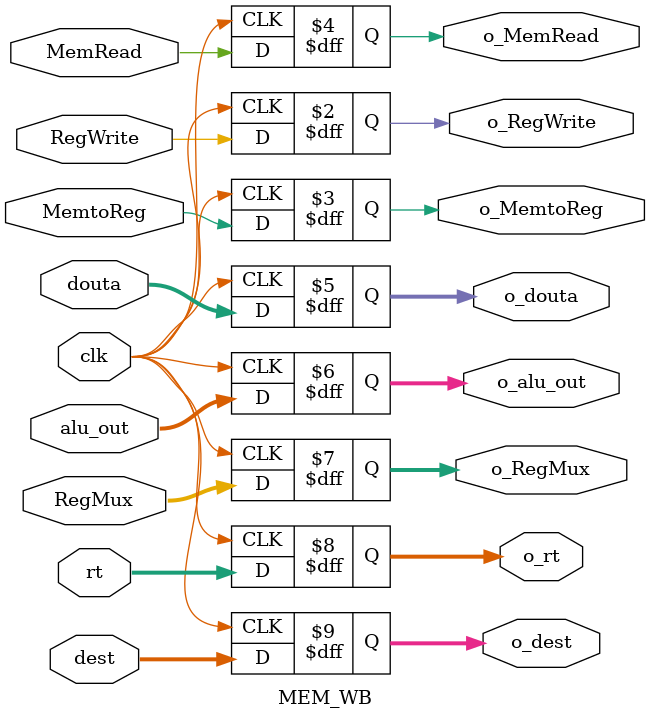
<source format=v>
`timescale 1ns / 1ps
module MEM_WB(
    input clk,
	 input RegWrite,
	 input MemtoReg,
	 input MemRead,
	 input [31:0] douta,
	 input [31:0] alu_out,
	 input [4:0] RegMux,
	 input [4:0] rt,
	 input [4:0] dest,
	 
	 output reg o_RegWrite,
	 output reg o_MemtoReg,
	 output reg o_MemRead,
	 output reg [31:0] o_douta,
	 output reg [31:0] o_alu_out,
	 output reg [4:0] o_RegMux,
	 output reg [4:0] o_rt,
	 output reg [4:0] o_dest
    );
	 
always@(posedge clk)
begin
	o_RegWrite=RegWrite;
	o_MemtoReg=MemtoReg;
	o_MemRead=MemRead;
	o_douta=douta;
	o_alu_out=alu_out;
	o_RegMux=RegMux;
	o_rt=rt;
	o_dest=dest;
end

endmodule

</source>
